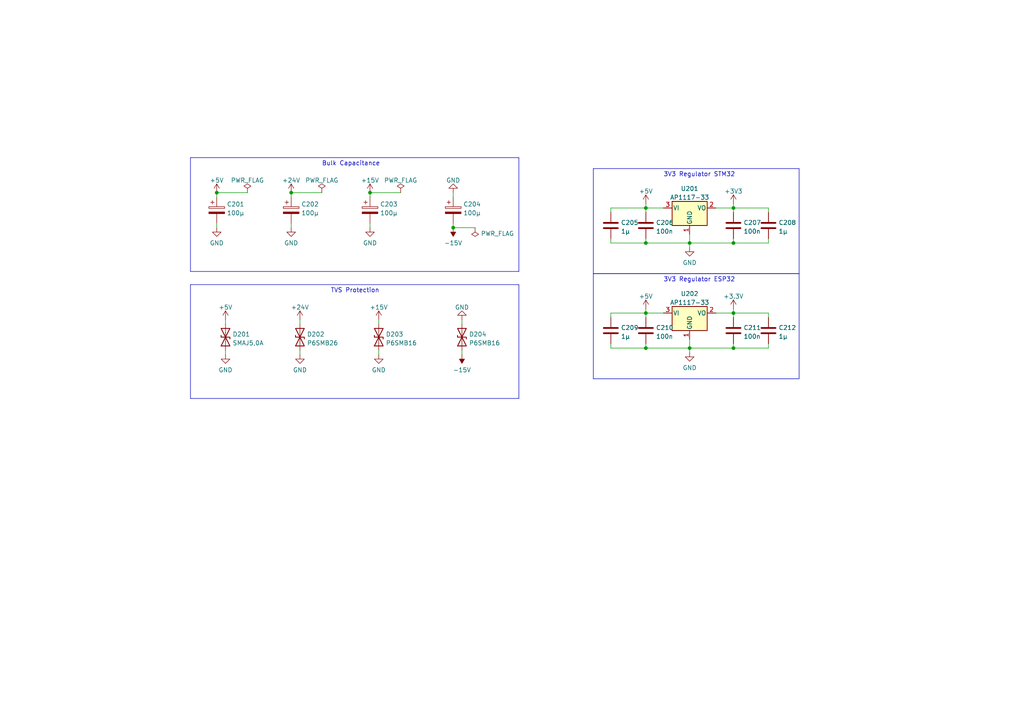
<source format=kicad_sch>
(kicad_sch (version 20230121) (generator eeschema)
  (paper "A4")
  (lib_symbols
    (symbol "Device:C" (pin_numbers hide) (pin_names (offset 0.254))
      (property "Reference" "C" (at 0.635 2.54 0))
      (property "Value" "C" (at 0.635 -2.54 0))
      (symbol "C_0_1"
        (polyline (pts (xy -2.032 -0.762) (xy 2.032 -0.762)) (stroke (width 0.508)))
        (polyline (pts (xy -2.032 0.762) (xy 2.032 0.762)) (stroke (width 0.508)))
      )
      (symbol "C_1_1"
        (pin passive line (at 0 3.81 270) (length 2.794) (name "~") (number "1"))
        (pin passive line (at 0 -3.81 90) (length 2.794) (name "~") (number "2"))
      )
    )
    (symbol "Device:C_Polarized" (pin_numbers hide) (pin_names (offset 0.254))
      (property "Reference" "C" (at 0.635 2.54 0))
      (property "Value" "C_Polarized" (at 0.635 -2.54 0))
      (symbol "C_Polarized_0_1"
        (rectangle (start -2.286 0.508) (end 2.286 1.016))
        (polyline (pts (xy -1.778 2.286) (xy -0.762 2.286)))
        (polyline (pts (xy -1.27 2.794) (xy -1.27 1.778)))
        (rectangle (start 2.286 -0.508) (end -2.286 -1.016) (fill (type outline)))
      )
      (symbol "C_Polarized_1_1"
        (pin passive line (at 0 3.81 270) (length 2.794) (name "~") (number "1"))
        (pin passive line (at 0 -3.81 90) (length 2.794) (name "~") (number "2"))
      )
    )
    (symbol "Device:D_TVS" (pin_numbers hide) (pin_names (offset 1.016) hide)
      (property "Reference" "D" (at 0 2.54 0))
      (property "Value" "D_TVS" (at 0 -2.54 0))
      (symbol "D_TVS_0_1"
        (polyline (pts (xy 1.27 0) (xy -1.27 0)))
        (polyline (pts (xy 0.508 1.27) (xy 0 1.27) (xy 0 -1.27) (xy -0.508 -1.27)) (stroke (width 0.254)))
        (polyline (pts (xy -2.54 1.27) (xy -2.54 -1.27) (xy 2.54 1.27) (xy 2.54 -1.27) (xy -2.54 1.27)) (stroke (width 0.254)))
      )
      (symbol "D_TVS_1_1"
        (pin passive line (at -3.81 0 0) (length 2.54) (name "A1") (number "1"))
        (pin passive line (at 3.81 0 180) (length 2.54) (name "A2") (number "2"))
      )
    )
    (symbol "Regulator_Linear:AP1117-33" (pin_names (offset 0.254))
      (property "Reference" "U" (at -3.81 3.175 0))
      (property "Value" "AP1117-33" (at 0 3.175 0))
      (symbol "AP1117-33_0_1"
        (rectangle (start -5.08 -5.08) (end 5.08 1.905) (stroke (width 0.254)) (fill (type background)))
      )
      (symbol "AP1117-33_1_1"
        (pin power_in line (at 0 -7.62 90) (length 2.54) (name "GND") (number "1"))
        (pin power_out line (at 7.62 0 180) (length 2.54) (name "VO") (number "2"))
        (pin power_in line (at -7.62 0 0) (length 2.54) (name "VI") (number "3"))
      )
    )
    (symbol "power:+15V" (power) (pin_names (offset 0))
      (property "Value" "+15V" (at 0 3.556 0))
      (symbol "+15V_0_1"
        (polyline (pts (xy -0.762 1.27) (xy 0 2.54)))
        (polyline (pts (xy 0 0) (xy 0 2.54)))
        (polyline (pts (xy 0 2.54) (xy 0.762 1.27)))
      )
      (symbol "+15V_1_1"
        (pin power_in line (at 0 0 90) (length 0) hide (name "+15V") (number "1"))
      )
    )
    (symbol "power:+24V" (power) (pin_names (offset 0))
      (property "Value" "+24V" (at 0 3.556 0))
      (symbol "+24V_0_1"
        (polyline (pts (xy -0.762 1.27) (xy 0 2.54)))
        (polyline (pts (xy 0 0) (xy 0 2.54)))
        (polyline (pts (xy 0 2.54) (xy 0.762 1.27)))
      )
      (symbol "+24V_1_1"
        (pin power_in line (at 0 0 90) (length 0) hide (name "+24V") (number "1"))
      )
    )
    (symbol "power:+3.3V" (power) (pin_names (offset 0))
      (property "Value" "+3.3V" (at 0 3.556 0))
      (symbol "+3.3V_0_1"
        (polyline (pts (xy -0.762 1.27) (xy 0 2.54)))
        (polyline (pts (xy 0 0) (xy 0 2.54)))
        (polyline (pts (xy 0 2.54) (xy 0.762 1.27)))
      )
      (symbol "+3.3V_1_1"
        (pin power_in line (at 0 0 90) (length 0) hide (name "+3.3V") (number "1"))
      )
    )
    (symbol "power:+3V3" (power) (pin_names (offset 0))
      (property "Value" "+3V3" (at 0 3.556 0))
      (symbol "+3V3_0_1"
        (polyline (pts (xy -0.762 1.27) (xy 0 2.54)))
        (polyline (pts (xy 0 0) (xy 0 2.54)))
        (polyline (pts (xy 0 2.54) (xy 0.762 1.27)))
      )
      (symbol "+3V3_1_1"
        (pin power_in line (at 0 0 90) (length 0) hide (name "+3V3") (number "1"))
      )
    )
    (symbol "power:+5V" (power) (pin_names (offset 0))
      (property "Value" "+5V" (at 0 3.556 0))
      (symbol "+5V_0_1"
        (polyline (pts (xy -0.762 1.27) (xy 0 2.54)))
        (polyline (pts (xy 0 0) (xy 0 2.54)))
        (polyline (pts (xy 0 2.54) (xy 0.762 1.27)))
      )
      (symbol "+5V_1_1"
        (pin power_in line (at 0 0 90) (length 0) hide (name "+5V") (number "1"))
      )
    )
    (symbol "power:-15V" (power) (pin_names (offset 0))
      (property "Value" "-15V" (at 0 3.81 0))
      (symbol "-15V_0_0"
        (pin power_in line (at 0 0 90) (length 0) hide (name "-15V") (number "1"))
      )
      (symbol "-15V_0_1"
        (polyline (pts (xy 0 0) (xy 0 1.27) (xy 0.762 1.27) (xy 0 2.54) (xy -0.762 1.27) (xy 0 1.27)) (fill (type outline)))
      )
    )
    (symbol "power:GND" (power) (pin_names (offset 0))
      (property "Value" "GND" (at 0 -3.81 0))
      (symbol "GND_0_1"
        (polyline (pts (xy 0 0) (xy 0 -1.27) (xy 1.27 -1.27) (xy 0 -2.54) (xy -1.27 -1.27) (xy 0 -1.27)))
      )
      (symbol "GND_1_1"
        (pin power_in line (at 0 0 270) (length 0) hide (name "GND") (number "1"))
      )
    )
    (symbol "power:PWR_FLAG" (power) (pin_numbers hide) (pin_names (offset 0) hide)
      (property "Value" "PWR_FLAG" (at 0 3.81 0))
      (symbol "PWR_FLAG_0_0"
        (pin power_out line (at 0 0 90) (length 0) (name "pwr") (number "1"))
      )
      (symbol "PWR_FLAG_0_1"
        (polyline (pts (xy 0 0) (xy 0 1.27) (xy -1.016 1.905) (xy 0 2.54) (xy 1.016 1.905) (xy 0 1.27)))
      )
    )
  )
  (junction (at 62.865 55.88))
  (junction (at 212.725 100.965))
  (junction (at 187.325 70.485))
  (junction (at 187.325 90.805))
  (junction (at 107.315 55.88))
  (junction (at 200.025 70.485))
  (junction (at 187.325 100.965))
  (junction (at 84.455 55.88))
  (junction (at 200.025 100.965))
  (junction (at 212.725 90.805))
  (junction (at 212.725 60.325))
  (junction (at 212.725 70.485))
  (junction (at 187.325 60.325))
  (junction (at 131.445 66.04))
  (polyline (pts (xy 55.245 45.72) (xy 55.245 78.74)))
  (wire (pts (xy 200.025 70.485) (xy 212.725 70.485)))
  (wire (pts (xy 177.165 90.805) (xy 177.165 92.075)))
  (wire (pts (xy 107.315 55.88) (xy 116.205 55.88)))
  (wire (pts (xy 109.855 101.6) (xy 109.855 102.87)))
  (wire (pts (xy 222.885 61.595) (xy 222.885 60.325)))
  (wire (pts (xy 187.325 69.215) (xy 187.325 70.485)))
  (wire (pts (xy 212.725 60.325) (xy 212.725 59.055)))
  (wire (pts (xy 222.885 60.325) (xy 212.725 60.325)))
  (wire (pts (xy 187.325 100.965) (xy 200.025 100.965)))
  (wire (pts (xy 177.165 100.965) (xy 187.325 100.965)))
  (wire (pts (xy 212.725 100.965) (xy 222.885 100.965)))
  (wire (pts (xy 187.325 70.485) (xy 200.025 70.485)))
  (wire (pts (xy 177.165 60.325) (xy 177.165 61.595)))
  (wire (pts (xy 222.885 92.075) (xy 222.885 90.805)))
  (wire (pts (xy 212.725 90.805) (xy 212.725 92.075)))
  (polyline (pts (xy 231.775 79.375) (xy 231.775 48.895)))
  (wire (pts (xy 131.445 55.88) (xy 131.445 57.15)))
  (wire (pts (xy 200.025 67.945) (xy 200.025 70.485)))
  (wire (pts (xy 207.645 60.325) (xy 212.725 60.325)))
  (wire (pts (xy 222.885 100.965) (xy 222.885 99.695)))
  (polyline (pts (xy 55.245 82.55) (xy 55.245 115.57)))
  (polyline (pts (xy 172.085 79.375) (xy 231.775 79.375)))
  (wire (pts (xy 187.325 90.805) (xy 177.165 90.805)))
  (wire (pts (xy 177.165 99.695) (xy 177.165 100.965)))
  (wire (pts (xy 86.995 92.71) (xy 86.995 93.98)))
  (wire (pts (xy 65.405 101.6) (xy 65.405 102.87)))
  (wire (pts (xy 84.455 55.88) (xy 84.455 57.15)))
  (wire (pts (xy 212.725 60.325) (xy 212.725 61.595)))
  (wire (pts (xy 187.325 99.695) (xy 187.325 100.965)))
  (polyline (pts (xy 231.775 109.855) (xy 231.775 79.375)))
  (wire (pts (xy 131.445 66.04) (xy 137.795 66.04)))
  (wire (pts (xy 109.855 92.71) (xy 109.855 93.98)))
  (polyline (pts (xy 172.085 48.895) (xy 231.775 48.895)))
  (polyline (pts (xy 55.245 45.72) (xy 150.495 45.72)))
  (wire (pts (xy 177.165 70.485) (xy 187.325 70.485)))
  (polyline (pts (xy 150.495 78.74) (xy 150.495 45.72)))
  (wire (pts (xy 200.025 100.965) (xy 212.725 100.965)))
  (wire (pts (xy 192.405 90.805) (xy 187.325 90.805)))
  (wire (pts (xy 62.865 55.88) (xy 62.865 57.15)))
  (wire (pts (xy 212.725 70.485) (xy 222.885 70.485)))
  (polyline (pts (xy 172.085 79.375) (xy 231.775 79.375)))
  (wire (pts (xy 207.645 90.805) (xy 212.725 90.805)))
  (polyline (pts (xy 172.085 79.375) (xy 172.085 109.855)))
  (wire (pts (xy 192.405 60.325) (xy 187.325 60.325)))
  (wire (pts (xy 187.325 90.805) (xy 187.325 92.075)))
  (wire (pts (xy 187.325 60.325) (xy 187.325 61.595)))
  (wire (pts (xy 62.865 64.77) (xy 62.865 66.04)))
  (wire (pts (xy 212.725 99.695) (xy 212.725 100.965)))
  (wire (pts (xy 131.445 64.77) (xy 131.445 66.04)))
  (wire (pts (xy 212.725 90.805) (xy 212.725 89.535)))
  (wire (pts (xy 200.025 100.965) (xy 200.025 102.235)))
  (wire (pts (xy 200.025 70.485) (xy 200.025 71.755)))
  (wire (pts (xy 133.985 101.6) (xy 133.985 102.87)))
  (wire (pts (xy 62.865 55.88) (xy 71.755 55.88)))
  (wire (pts (xy 222.885 90.805) (xy 212.725 90.805)))
  (wire (pts (xy 133.985 92.71) (xy 133.985 93.98)))
  (polyline (pts (xy 55.245 115.57) (xy 150.495 115.57)))
  (wire (pts (xy 222.885 70.485) (xy 222.885 69.215)))
  (polyline (pts (xy 172.085 48.895) (xy 172.085 79.375)))
  (wire (pts (xy 107.315 55.88) (xy 107.315 57.15)))
  (wire (pts (xy 84.455 55.88) (xy 93.345 55.88)))
  (wire (pts (xy 65.405 92.71) (xy 65.405 93.98)))
  (wire (pts (xy 107.315 64.77) (xy 107.315 66.04)))
  (polyline (pts (xy 55.245 78.74) (xy 150.495 78.74)))
  (wire (pts (xy 177.165 69.215) (xy 177.165 70.485)))
  (wire (pts (xy 86.995 101.6) (xy 86.995 102.87)))
  (wire (pts (xy 212.725 69.215) (xy 212.725 70.485)))
  (polyline (pts (xy 55.245 82.55) (xy 150.495 82.55)))
  (wire (pts (xy 187.325 60.325) (xy 177.165 60.325)))
  (wire (pts (xy 187.325 89.535) (xy 187.325 90.805)))
  (wire (pts (xy 187.325 59.055) (xy 187.325 60.325)))
  (wire (pts (xy 200.025 98.425) (xy 200.025 100.965)))
  (polyline (pts (xy 150.495 115.57) (xy 150.495 82.55)))
  (polyline (pts (xy 172.085 109.855) (xy 231.775 109.855)))
  (wire (pts (xy 84.455 64.77) (xy 84.455 66.04)))
  (text "3V3 Regulator STM32" (at 192.405 51.435 0) (effects (font (size 1.27 1.27)) (justify left bottom)))
  (text "3V3 Regulator ESP32" (at 192.405 81.915 0) (effects (font (size 1.27 1.27)) (justify left bottom)))
  (text "Bulk Capacitance" (at 93.345 48.26 0) (effects (font (size 1.27 1.27)) (justify left bottom)))
  (text "TVS Protection\n" (at 95.885 85.09 0) (effects (font (size 1.27 1.27)) (justify left bottom)))
  (symbol (lib_id "power:GND") (at 65.405 102.87 0) (unit 1)
    (property "Reference" "#PWR0219" (effects hide))
    (property "Value" "GND" (at 65.405 107.3134 0))
  )
  (symbol (lib_id "power:PWR_FLAG") (at 116.205 55.88 0) (unit 1)
    (property "Reference" "#FLG0203" (effects hide))
    (property "Value" "PWR_FLAG" (at 116.205 52.3042 0))
  )
  (symbol (lib_id "power:+24V") (at 86.995 92.71 0) (unit 1)
    (property "Reference" "#PWR0215" (effects hide))
    (property "Value" "+24V" (at 86.995 89.1342 0))
  )
  (symbol (lib_id "power:GND") (at 131.445 55.88 180) (unit 1)
    (property "Reference" "#PWR0204" (effects hide))
    (property "Value" "GND" (at 131.445 52.3042 0))
  )
  (symbol (lib_id "Device:C") (at 177.165 65.405 0) (unit 1)
    (property "Reference" "C205" (at 180.086 64.5703 0) (effects (justify left)))
    (property "Value" "1µ" (at 180.086 67.1072 0) (effects (justify left)))
    (property "Footprint" "Capacitor_SMD:C_0805_2012Metric" (effects hide))
  )
  (symbol (lib_id "Regulator_Linear:AP1117-33") (at 200.025 60.325 0) (unit 1)
    (property "Reference" "U201" (at 200.025 54.7202 0))
    (property "Value" "AP1117-33" (at 200.025 57.2571 0))
    (property "Footprint" "Package_TO_SOT_SMD:SOT-223-3_TabPin2" (effects hide))
    (property "Datasheet" "http://www.diodes.com/datasheets/AP1117.pdf" (effects hide))
  )
  (symbol (lib_id "Device:C") (at 177.165 95.885 0) (unit 1)
    (property "Reference" "C209" (at 180.086 95.0503 0) (effects (justify left)))
    (property "Value" "1µ" (at 180.086 97.5872 0) (effects (justify left)))
    (property "Footprint" "Capacitor_SMD:C_0805_2012Metric" (effects hide))
  )
  (symbol (lib_id "power:PWR_FLAG") (at 93.345 55.88 0) (unit 1)
    (property "Reference" "#FLG0202" (effects hide))
    (property "Value" "PWR_FLAG" (at 93.345 52.3042 0))
  )
  (symbol (lib_id "power:+3.3V") (at 212.725 89.535 0) (unit 1)
    (property "Reference" "#PWR0213" (effects hide))
    (property "Value" "+3.3V" (at 212.725 85.9592 0))
  )
  (symbol (lib_id "Device:C") (at 222.885 65.405 0) (unit 1)
    (property "Reference" "C208" (at 225.806 64.5703 0) (effects (justify left)))
    (property "Value" "1µ" (at 225.806 67.1072 0) (effects (justify left)))
    (property "Footprint" "Capacitor_SMD:C_0805_2012Metric" (effects hide))
  )
  (symbol (lib_id "power:GND") (at 109.855 102.87 0) (unit 1)
    (property "Reference" "#PWR0221" (effects hide))
    (property "Value" "GND" (at 109.855 107.3134 0))
  )
  (symbol (lib_id "power:+5V") (at 65.405 92.71 0) (unit 1)
    (property "Reference" "#PWR0214" (effects hide))
    (property "Value" "+5V" (at 65.405 89.1342 0))
  )
  (symbol (lib_id "Device:C_Polarized") (at 62.865 60.96 0) (unit 1)
    (property "Reference" "C201" (at 65.786 59.2363 0) (effects (justify left)))
    (property "Value" "100µ" (at 65.786 61.7732 0) (effects (justify left)))
    (property "Footprint" "Capacitor_THT:CP_Radial_D8.0mm_P5.00mm" (effects hide))
  )
  (symbol (lib_id "power:PWR_FLAG") (at 137.795 66.04 180) (unit 1)
    (property "Reference" "#FLG0204" (effects hide))
    (property "Value" "PWR_FLAG" (at 139.446 67.7438 0) (effects (justify right)))
  )
  (symbol (lib_id "power:PWR_FLAG") (at 71.755 55.88 0) (unit 1)
    (property "Reference" "#FLG0201" (effects hide))
    (property "Value" "PWR_FLAG" (at 71.755 52.3042 0))
  )
  (symbol (lib_id "Device:C_Polarized") (at 131.445 60.96 0) (unit 1)
    (property "Reference" "C204" (at 134.366 59.2363 0) (effects (justify left)))
    (property "Value" "100µ" (at 134.366 61.7732 0) (effects (justify left)))
    (property "Footprint" "Capacitor_THT:CP_Radial_D8.0mm_P5.00mm" (effects hide))
  )
  (symbol (lib_id "Device:D_TVS") (at 133.985 97.79 90) (unit 1)
    (property "Reference" "D204" (at 136.017 96.9553 90) (effects (justify right)))
    (property "Value" "P6SMB16" (at 136.017 99.4922 90) (effects (justify right)))
    (property "Footprint" "Diode_SMD:D_SMA" (effects hide))
  )
  (symbol (lib_id "power:GND") (at 62.865 66.04 0) (unit 1)
    (property "Reference" "#PWR0207" (effects hide))
    (property "Value" "GND" (at 62.865 70.4834 0))
  )
  (symbol (lib_id "Device:D_TVS") (at 86.995 97.79 90) (unit 1)
    (property "Reference" "D202" (at 89.027 96.9553 90) (effects (justify right)))
    (property "Value" "P6SMB26" (at 89.027 99.4922 90) (effects (justify right)))
    (property "Footprint" "Diode_SMD:D_SMA" (effects hide))
  )
  (symbol (lib_id "power:+5V") (at 187.325 89.535 0) (unit 1)
    (property "Reference" "#PWR0212" (effects hide))
    (property "Value" "+5V" (at 187.325 85.9592 0))
  )
  (symbol (lib_id "Device:C") (at 187.325 95.885 0) (unit 1)
    (property "Reference" "C210" (at 190.246 95.0503 0) (effects (justify left)))
    (property "Value" "100n" (at 190.246 97.5872 0) (effects (justify left)))
    (property "Footprint" "Capacitor_SMD:C_0805_2012Metric" (effects hide))
  )
  (symbol (lib_id "Device:D_TVS") (at 65.405 97.79 90) (unit 1)
    (property "Reference" "D201" (at 67.437 96.9553 90) (effects (justify right)))
    (property "Value" "SMAJ5,0A" (at 67.437 99.4922 90) (effects (justify right)))
    (property "Footprint" "Diode_SMD:D_SMA" (effects hide))
  )
  (symbol (lib_id "power:GND") (at 107.315 66.04 0) (unit 1)
    (property "Reference" "#PWR0209" (effects hide))
    (property "Value" "GND" (at 107.315 70.4834 0))
  )
  (symbol (lib_id "power:-15V") (at 133.985 102.87 180) (unit 1)
    (property "Reference" "#PWR0222" (effects hide))
    (property "Value" "-15V" (at 133.985 107.3134 0))
  )
  (symbol (lib_id "power:+24V") (at 84.455 55.88 0) (unit 1)
    (property "Reference" "#PWR0202" (effects hide))
    (property "Value" "+24V" (at 84.455 52.3042 0))
  )
  (symbol (lib_id "power:+15V") (at 107.315 55.88 0) (unit 1)
    (property "Reference" "#PWR0203" (effects hide))
    (property "Value" "+15V" (at 107.315 52.3042 0))
  )
  (symbol (lib_id "Device:D_TVS") (at 109.855 97.79 90) (unit 1)
    (property "Reference" "D203" (at 111.887 96.9553 90) (effects (justify right)))
    (property "Value" "P6SMB16" (at 111.887 99.4922 90) (effects (justify right)))
    (property "Footprint" "Diode_SMD:D_SMA" (effects hide))
  )
  (symbol (lib_id "power:+5V") (at 187.325 59.055 0) (unit 1)
    (property "Reference" "#PWR0205" (effects hide))
    (property "Value" "+5V" (at 187.325 55.4792 0))
  )
  (symbol (lib_id "Regulator_Linear:AP1117-33") (at 200.025 90.805 0) (unit 1)
    (property "Reference" "U202" (at 200.025 85.2002 0))
    (property "Value" "AP1117-33" (at 200.025 87.7371 0))
    (property "Footprint" "Package_TO_SOT_SMD:SOT-223-3_TabPin2" (effects hide))
    (property "Datasheet" "http://www.diodes.com/datasheets/AP1117.pdf" (effects hide))
  )
  (symbol (lib_id "Device:C_Polarized") (at 107.315 60.96 0) (unit 1)
    (property "Reference" "C203" (at 110.236 59.2363 0) (effects (justify left)))
    (property "Value" "100µ" (at 110.236 61.7732 0) (effects (justify left)))
    (property "Footprint" "Capacitor_THT:CP_Radial_D8.0mm_P5.00mm" (effects hide))
  )
  (symbol (lib_id "power:-15V") (at 131.445 66.04 180) (unit 1)
    (property "Reference" "#PWR0210" (effects hide))
    (property "Value" "-15V" (at 131.445 70.4834 0))
  )
  (symbol (lib_id "power:GND") (at 200.025 102.235 0) (unit 1)
    (property "Reference" "#PWR0218" (effects hide))
    (property "Value" "GND" (at 200.025 106.6784 0))
  )
  (symbol (lib_id "power:+5V") (at 62.865 55.88 0) (unit 1)
    (property "Reference" "#PWR0201" (effects hide))
    (property "Value" "+5V" (at 62.865 52.3042 0))
  )
  (symbol (lib_id "power:+3V3") (at 212.725 59.055 0) (unit 1)
    (property "Reference" "#PWR0206" (effects hide))
    (property "Value" "+3V3" (at 212.725 55.4792 0))
  )
  (symbol (lib_id "Device:C") (at 212.725 95.885 0) (unit 1)
    (property "Reference" "C211" (at 215.646 95.0503 0) (effects (justify left)))
    (property "Value" "100n" (at 215.646 97.5872 0) (effects (justify left)))
    (property "Footprint" "Capacitor_SMD:C_0805_2012Metric" (effects hide))
  )
  (symbol (lib_id "Device:C") (at 212.725 65.405 0) (unit 1)
    (property "Reference" "C207" (at 215.646 64.5703 0) (effects (justify left)))
    (property "Value" "100n" (at 215.646 67.1072 0) (effects (justify left)))
    (property "Footprint" "Capacitor_SMD:C_0805_2012Metric" (effects hide))
  )
  (symbol (lib_id "power:GND") (at 84.455 66.04 0) (unit 1)
    (property "Reference" "#PWR0208" (effects hide))
    (property "Value" "GND" (at 84.455 70.4834 0))
  )
  (symbol (lib_id "power:GND") (at 200.025 71.755 0) (unit 1)
    (property "Reference" "#PWR0211" (effects hide))
    (property "Value" "GND" (at 200.025 76.1984 0))
  )
  (symbol (lib_id "Device:C_Polarized") (at 84.455 60.96 0) (unit 1)
    (property "Reference" "C202" (at 87.376 59.2363 0) (effects (justify left)))
    (property "Value" "100µ" (at 87.376 61.7732 0) (effects (justify left)))
    (property "Footprint" "Capacitor_THT:CP_Radial_D8.0mm_P5.00mm" (effects hide))
  )
  (symbol (lib_id "power:+15V") (at 109.855 92.71 0) (unit 1)
    (property "Reference" "#PWR0216" (effects hide))
    (property "Value" "+15V" (at 109.855 89.1342 0))
  )
  (symbol (lib_id "Device:C") (at 222.885 95.885 0) (unit 1)
    (property "Reference" "C212" (at 225.806 95.0503 0) (effects (justify left)))
    (property "Value" "1µ" (at 225.806 97.5872 0) (effects (justify left)))
    (property "Footprint" "Capacitor_SMD:C_0805_2012Metric" (effects hide))
  )
  (symbol (lib_id "power:GND") (at 86.995 102.87 0) (unit 1)
    (property "Reference" "#PWR0220" (effects hide))
    (property "Value" "GND" (at 86.995 107.3134 0))
  )
  (symbol (lib_id "Device:C") (at 187.325 65.405 0) (unit 1)
    (property "Reference" "C206" (at 190.246 64.5703 0) (effects (justify left)))
    (property "Value" "100n" (at 190.246 67.1072 0) (effects (justify left)))
    (property "Footprint" "Capacitor_SMD:C_0805_2012Metric" (effects hide))
  )
  (symbol (lib_id "power:GND") (at 133.985 92.71 180) (unit 1)
    (property "Reference" "#PWR0217" (effects hide))
    (property "Value" "GND" (at 133.985 89.1342 0))
  )
)
</source>
